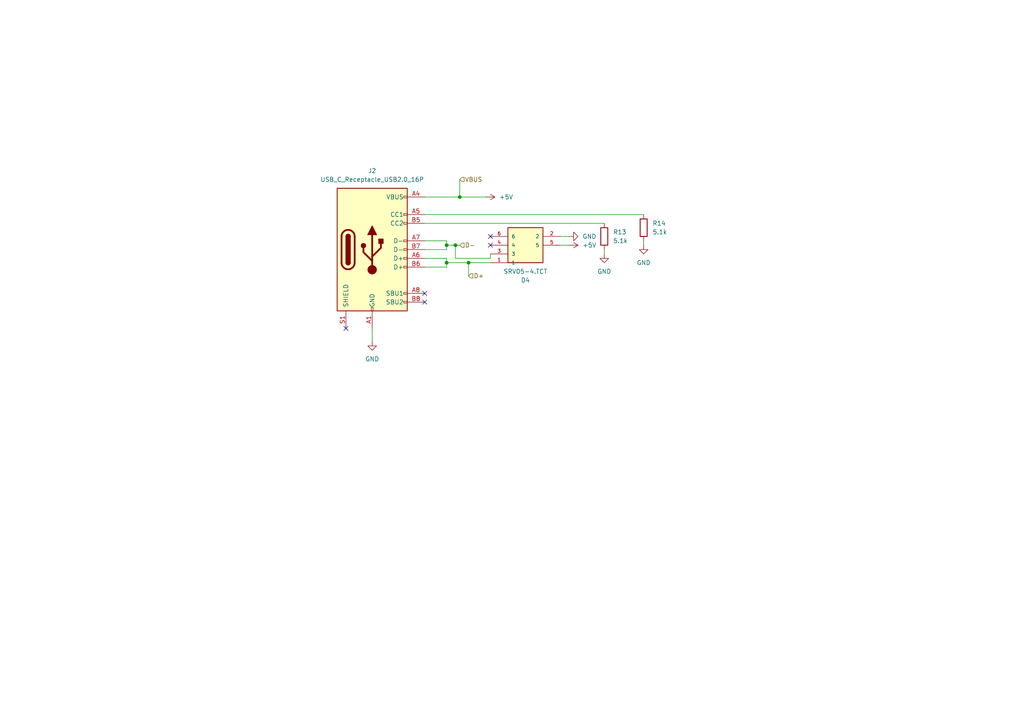
<source format=kicad_sch>
(kicad_sch (version 20250114) (generator "eeschema") (generator_version "9.0")
  (paper "A4")
  (lib_symbols
    (symbol "Connector:USB_C_Receptacle_USB2.0_16P" (pin_names (offset 1.016))
      (property "Reference" "J" (at 0 22.225 0))
      (property "Value" "USB_C_Receptacle_USB2.0_16P" (at 0 19.685 0))
      (symbol "USB_C_Receptacle_USB2.0_16P_0_0"
        (rectangle (start -0.254 -17.78) (end 0.254 -16.764))
        (rectangle (start 10.16 15.494) (end 9.144 14.986))
        (rectangle (start 10.16 10.414) (end 9.144 9.906))
        (rectangle (start 10.16 7.874) (end 9.144 7.366))
        (rectangle (start 10.16 2.794) (end 9.144 2.286))
        (rectangle (start 10.16 0.254) (end 9.144 -0.254))
        (rectangle (start 10.16 -2.286) (end 9.144 -2.794))
        (rectangle (start 10.16 -4.826) (end 9.144 -5.334))
        (rectangle (start 10.16 -12.446) (end 9.144 -12.954))
        (rectangle (start 10.16 -14.986) (end 9.144 -15.494))
      )
      (symbol "USB_C_Receptacle_USB2.0_16P_0_1"
        (rectangle (start -10.16 17.78) (end 10.16 -17.78) (stroke (width 0.254)) (fill (type background)))
        (polyline (pts (xy -8.89 -3.81) (xy -8.89 3.81)) (stroke (width 0.508)))
        (rectangle (start -7.62 -3.81) (end -6.35 3.81) (stroke (width 0.254)) (fill (type outline)))
        (arc (start -7.62 3.81) (mid -6.985 4.4423) (end -6.35 3.81) (stroke (width 0.254)))
        (arc (start -7.62 3.81) (mid -6.985 4.4423) (end -6.35 3.81) (stroke (width 0.254)) (fill (type outline)))
        (arc (start -8.89 3.81) (mid -6.985 5.7067) (end -5.08 3.81) (stroke (width 0.508)))
        (arc (start -5.08 -3.81) (mid -6.985 -5.7067) (end -8.89 -3.81) (stroke (width 0.508)))
        (arc (start -6.35 -3.81) (mid -6.985 -4.4423) (end -7.62 -3.81) (stroke (width 0.254)))
        (arc (start -6.35 -3.81) (mid -6.985 -4.4423) (end -7.62 -3.81) (stroke (width 0.254)) (fill (type outline)))
        (polyline (pts (xy -5.08 3.81) (xy -5.08 -3.81)) (stroke (width 0.508)))
        (circle (center -2.54 1.143) (radius 0.635) (stroke (width 0.254)) (fill (type outline)))
        (polyline (pts (xy -1.27 4.318) (xy 0 6.858) (xy 1.27 4.318) (xy -1.27 4.318)) (stroke (width 0.254)) (fill (type outline)))
        (polyline (pts (xy 0 -2.032) (xy 2.54 0.508) (xy 2.54 1.778)) (stroke (width 0.508)))
        (polyline (pts (xy 0 -3.302) (xy -2.54 -0.762) (xy -2.54 0.508)) (stroke (width 0.508)))
        (polyline (pts (xy 0 -5.842) (xy 0 4.318)) (stroke (width 0.508)))
        (circle (center 0 -5.842) (radius 1.27) (fill (type outline)))
        (rectangle (start 1.905 1.778) (end 3.175 3.048) (stroke (width 0.254)) (fill (type outline)))
      )
      (symbol "USB_C_Receptacle_USB2.0_16P_1_1"
        (pin passive line (at -7.62 -22.86 90) (length 5.08) (name "SHIELD") (number "S1"))
        (pin passive line (at 0 -22.86 90) (length 5.08) (name "GND") (number "A1"))
        (pin passive line (at 0 -22.86 90) (length 5.08) (hide yes) (name "GND") (number "A12"))
        (pin passive line (at 0 -22.86 90) (length 5.08) (hide yes) (name "GND") (number "B1"))
        (pin passive line (at 0 -22.86 90) (length 5.08) (hide yes) (name "GND") (number "B12"))
        (pin passive line (at 15.24 15.24 180) (length 5.08) (name "VBUS") (number "A4"))
        (pin passive line (at 15.24 15.24 180) (length 5.08) (hide yes) (name "VBUS") (number "A9"))
        (pin passive line (at 15.24 15.24 180) (length 5.08) (hide yes) (name "VBUS") (number "B4"))
        (pin passive line (at 15.24 15.24 180) (length 5.08) (hide yes) (name "VBUS") (number "B9"))
        (pin bidirectional line (at 15.24 10.16 180) (length 5.08) (name "CC1") (number "A5"))
        (pin bidirectional line (at 15.24 7.62 180) (length 5.08) (name "CC2") (number "B5"))
        (pin bidirectional line (at 15.24 2.54 180) (length 5.08) (name "D-") (number "A7"))
        (pin bidirectional line (at 15.24 0 180) (length 5.08) (name "D-") (number "B7"))
        (pin bidirectional line (at 15.24 -2.54 180) (length 5.08) (name "D+") (number "A6"))
        (pin bidirectional line (at 15.24 -5.08 180) (length 5.08) (name "D+") (number "B6"))
        (pin bidirectional line (at 15.24 -12.7 180) (length 5.08) (name "SBU1") (number "A8"))
        (pin bidirectional line (at 15.24 -15.24 180) (length 5.08) (name "SBU2") (number "B8"))
      )
    )
    (symbol "Device:R" (pin_numbers (hide yes)) (pin_names (offset 0))
      (property "Reference" "R" (at 2.032 0 90))
      (property "Value" "R" (at 0 0 90))
      (symbol "R_0_1"
        (rectangle (start -1.016 -2.54) (end 1.016 2.54) (stroke (width 0.254)))
      )
      (symbol "R_1_1"
        (pin passive line (at 0 3.81 270) (length 1.27) (name "~") (number "1"))
        (pin passive line (at 0 -3.81 90) (length 1.27) (name "~") (number "2"))
      )
    )
    (symbol "SRV05-4.TCT:SRV05-4.TCT" (pin_names (offset 1.016))
      (property "Reference" "D" (at -3.81 0 0))
      (property "Value" "SRV05-4.TCT" (at -3.81 2.54 0))
      (symbol "SRV05-4.TCT_0_0"
        (rectangle (start 5.08 -7.62) (end 15.24 2.54) (stroke (width 0.254)) (fill (type background)))
        (pin bidirectional line (at 0 -2.54 0) (length 5.08) (name "5") (number "5"))
        (pin bidirectional line (at 0 -5.08 0) (length 5.08) (name "2") (number "2"))
        (pin bidirectional line (at 20.32 2.54 180) (length 5.08) (name "1") (number "1"))
        (pin bidirectional line (at 20.32 0 180) (length 5.08) (name "3") (number "3"))
        (pin bidirectional line (at 20.32 -2.54 180) (length 5.08) (name "4") (number "4"))
        (pin bidirectional line (at 20.32 -5.08 180) (length 5.08) (name "6") (number "6"))
      )
    )
    (symbol "power:+5V" (power) (pin_numbers (hide yes)) (pin_names (offset 0) (hide yes))
      (property "Value" "+5V" (at 0 3.556 0))
      (symbol "+5V_0_1"
        (polyline (pts (xy -0.762 1.27) (xy 0 2.54)))
        (polyline (pts (xy 0 2.54) (xy 0.762 1.27)))
        (polyline (pts (xy 0 0) (xy 0 2.54)))
      )
      (symbol "+5V_1_1"
        (pin power_in line (at 0 0 90) (length 0) (name "~") (number "1"))
      )
    )
    (symbol "power:GND" (power) (pin_numbers (hide yes)) (pin_names (offset 0) (hide yes))
      (property "Value" "GND" (at 0 -3.81 0))
      (symbol "GND_0_1"
        (polyline (pts (xy 0 0) (xy 0 -1.27) (xy 1.27 -1.27) (xy 0 -2.54) (xy -1.27 -1.27) (xy 0 -1.27)))
      )
      (symbol "GND_1_1"
        (pin power_in line (at 0 0 270) (length 0) (name "~") (number "1"))
      )
    )
  )
  (junction (at 133.35 57.15))
  (junction (at 129.54 71.12))
  (junction (at 132.08 71.12))
  (junction (at 129.54 76.2))
  (junction (at 135.89 76.2))
  (no_connect (at 142.24 68.58))
  (no_connect (at 142.24 71.12))
  (no_connect (at 123.19 85.09))
  (no_connect (at 100.33 95.25))
  (no_connect (at 123.19 87.63))
  (wire (pts (xy 123.19 64.77) (xy 175.26 64.77)))
  (wire (pts (xy 175.26 72.39) (xy 175.26 73.66)))
  (wire (pts (xy 186.69 69.85) (xy 186.69 71.12)))
  (wire (pts (xy 129.54 77.47) (xy 123.19 77.47)))
  (wire (pts (xy 123.19 62.23) (xy 186.69 62.23)))
  (wire (pts (xy 135.89 80.01) (xy 135.89 76.2)))
  (wire (pts (xy 133.35 57.15) (xy 140.97 57.15)))
  (wire (pts (xy 132.08 74.93) (xy 142.24 74.93)))
  (wire (pts (xy 107.95 95.25) (xy 107.95 99.06)))
  (wire (pts (xy 135.89 76.2) (xy 142.24 76.2)))
  (wire (pts (xy 129.54 69.85) (xy 129.54 71.12)))
  (wire (pts (xy 132.08 71.12) (xy 132.08 74.93)))
  (wire (pts (xy 165.1 71.12) (xy 162.56 71.12)))
  (wire (pts (xy 123.19 74.93) (xy 129.54 74.93)))
  (wire (pts (xy 142.24 74.93) (xy 142.24 73.66)))
  (wire (pts (xy 129.54 71.12) (xy 132.08 71.12)))
  (wire (pts (xy 165.1 68.58) (xy 162.56 68.58)))
  (wire (pts (xy 123.19 69.85) (xy 129.54 69.85)))
  (wire (pts (xy 129.54 71.12) (xy 129.54 72.39)))
  (wire (pts (xy 129.54 72.39) (xy 123.19 72.39)))
  (wire (pts (xy 129.54 76.2) (xy 135.89 76.2)))
  (wire (pts (xy 129.54 76.2) (xy 129.54 77.47)))
  (wire (pts (xy 133.35 52.07) (xy 133.35 57.15)))
  (wire (pts (xy 129.54 74.93) (xy 129.54 76.2)))
  (wire (pts (xy 123.19 57.15) (xy 133.35 57.15)))
  (wire (pts (xy 132.08 71.12) (xy 133.35 71.12)))
  (hierarchical_label "D-" (shape input) (at 133.35 71.12 0))
  (hierarchical_label "D+" (shape input) (at 135.89 80.01 0))
  (hierarchical_label "VBUS" (shape input) (at 133.35 52.07 0))
  (symbol (lib_id "SRV05-4.TCT:SRV05-4.TCT") (at 162.56 73.66 180) (unit 1)
    (property "Reference" "D4" (at 152.4 81.28 0))
    (property "Value" "SRV05-4.TCT" (at 152.4 78.74 0))
    (property "Footprint" "myFootprints:SOT95P280X145-6N" (effects (hide yes)))
    (property "MANUFACTURER_NAME" "SEMTECH" (effects (hide yes)))
    (property "Check_prices" "https://www.snapeda.com/parts/SRV05-4.TCT/UMW/view-part/?ref=eda" (effects (hide yes)))
    (property "HEIGHT" "1.45mm" (effects (hide yes)))
    (property "SnapEDA_Link" "https://www.snapeda.com/parts/SRV05-4.TCT/UMW/view-part/?ref=snap" (effects (hide yes)))
    (property "Availability" "In Stock" (effects (hide yes)))
    (property "MANUFACTURER_PART_NUMBER" "SRV05-4.TCT" (effects (hide yes)))
    (property "LCSC Part" "C13612" (effects (hide yes)))
  )
  (symbol (lib_id "power:+5V") (at 165.1 71.12 270) (unit 1)
    (property "Reference" "#PWR057" (effects (hide yes)))
    (property "Value" "+5V" (at 168.91 71.1201 90) (effects (justify left)))
    (property "Description" "Power symbol creates a global label with name \"+5V\"" (effects (hide yes)))
  )
  (symbol (lib_id "power:+5V") (at 140.97 57.15 270) (unit 1)
    (property "Reference" "#PWR054" (effects (hide yes)))
    (property "Value" "+5V" (at 144.78 57.1499 90) (effects (justify left)))
    (property "Description" "Power symbol creates a global label with name \"+5V\"" (effects (hide yes)))
  )
  (symbol (lib_id "Device:R") (at 186.69 66.04 0) (unit 1)
    (property "Reference" "R14" (at 189.23 64.7699 0) (effects (justify left)))
    (property "Value" "5.1k" (at 189.23 67.3099 0) (effects (justify left)))
    (property "Footprint" "Resistor_SMD:R_0805_2012Metric_Pad1.20x1.40mm_HandSolder" (effects (hide yes)))
    (property "Description" "Resistor" (effects (hide yes)))
    (property "LCSC Part" "C27834" (effects (hide yes)))
  )
  (symbol (lib_id "power:GND") (at 175.26 73.66 0) (unit 1)
    (property "Reference" "#PWR058" (effects (hide yes)))
    (property "Value" "GND" (at 175.26 78.74 0))
    (property "Description" "Power symbol creates a global label with name \"GND\" , ground" (effects (hide yes)))
  )
  (symbol (lib_id "power:GND") (at 165.1 68.58 90) (unit 1)
    (property "Reference" "#PWR056" (effects (hide yes)))
    (property "Value" "GND" (at 168.91 68.5801 90) (effects (justify right)))
    (property "Description" "Power symbol creates a global label with name \"GND\" , ground" (effects (hide yes)))
  )
  (symbol (lib_id "power:GND") (at 107.95 99.06 0) (unit 1)
    (property "Reference" "#PWR051" (effects (hide yes)))
    (property "Value" "GND" (at 107.95 104.14 0))
    (property "Description" "Power symbol creates a global label with name \"GND\" , ground" (effects (hide yes)))
  )
  (symbol (lib_id "Device:R") (at 175.26 68.58 0) (unit 1)
    (property "Reference" "R13" (at 177.8 67.3099 0) (effects (justify left)))
    (property "Value" "5.1k" (at 177.8 69.8499 0) (effects (justify left)))
    (property "Footprint" "Resistor_SMD:R_0805_2012Metric_Pad1.20x1.40mm_HandSolder" (effects (hide yes)))
    (property "Description" "Resistor" (effects (hide yes)))
    (property "LCSC Part" "C27834" (effects (hide yes)))
  )
  (symbol (lib_id "Connector:USB_C_Receptacle_USB2.0_16P") (at 107.95 72.39 0) (unit 1)
    (property "Reference" "J2" (at 107.95 49.53 0))
    (property "Value" "USB_C_Receptacle_USB2.0_16P" (at 107.95 52.07 0))
    (property "Footprint" "Connector_USB:USB_C_Receptacle_HRO_TYPE-C-31-M-12" (effects (hide yes)))
    (property "Datasheet" "https://www.usb.org/sites/default/files/documents/usb_type-c.zip" (effects (hide yes)))
    (property "Description" "USB 2.0-only 16P Type-C Receptacle connector" (effects (hide yes)))
    (property "LCSC Part" "C165948" (effects (hide yes)))
  )
  (symbol (lib_id "power:GND") (at 186.69 71.12 0) (unit 1)
    (property "Reference" "#PWR059" (effects (hide yes)))
    (property "Value" "GND" (at 186.69 76.2 0))
    (property "Description" "Power symbol creates a global label with name \"GND\" , ground" (effects (hide yes)))
  )
)
</source>
